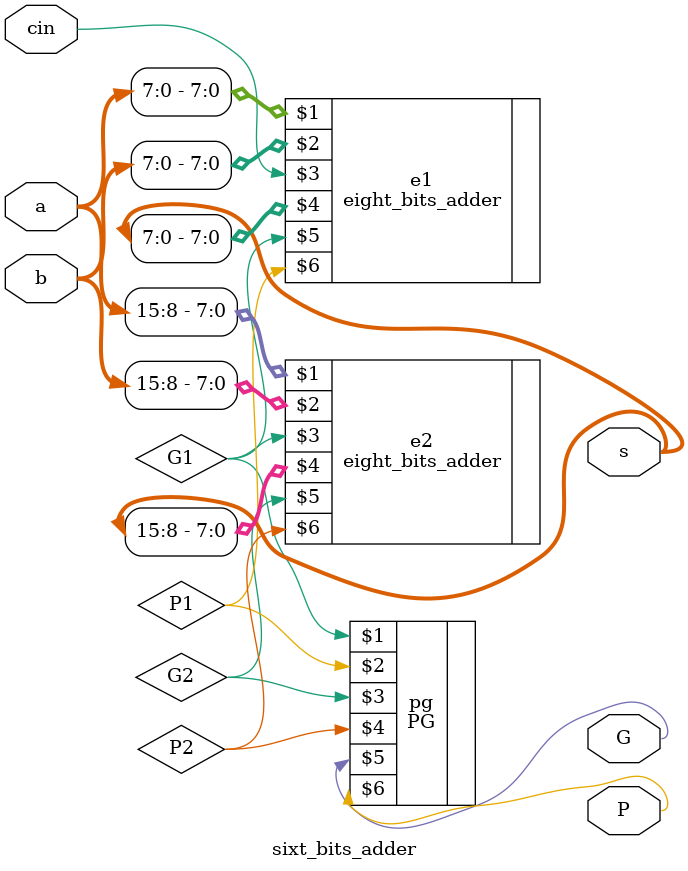
<source format=v>
`timescale 1ns / 1ps


module sixt_bits_adder(
    input [15:0] a,
    input [15:0] b,
    input cin,
    output [15:0] s,
    output G,
    output P
    );
    
    wire G1,P1,G2,P2;
    
    eight_bits_adder e1 (a[7:0],b[7:0],cin,s[7:0],G1,P1);
    eight_bits_adder e2 (a[15:8],b[15:8],G1,s[15:8],G2,P2);
    
    PG pg (G1,P1,G2,P2,G,P);
    
endmodule

</source>
